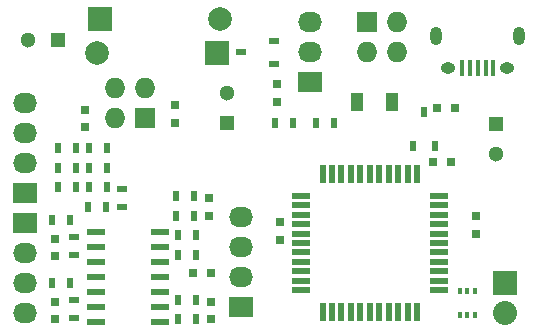
<source format=gbr>
G04 #@! TF.FileFunction,Soldermask,Top*
%FSLAX46Y46*%
G04 Gerber Fmt 4.6, Leading zero omitted, Abs format (unit mm)*
G04 Created by KiCad (PCBNEW (2015-08-05 BZR 6055, Git fa29c62)-product) date 24/12/2015 2:00:31 PM*
%MOMM*%
G01*
G04 APERTURE LIST*
%ADD10C,0.100000*%
%ADD11R,0.800000X0.750000*%
%ADD12R,0.750000X0.800000*%
%ADD13C,1.300000*%
%ADD14R,1.300000X1.300000*%
%ADD15C,1.998980*%
%ADD16R,1.998980X1.998980*%
%ADD17R,1.000000X1.600000*%
%ADD18R,0.560000X1.600000*%
%ADD19R,1.600000X0.560000*%
%ADD20R,2.032000X1.727200*%
%ADD21O,2.032000X1.727200*%
%ADD22R,0.400000X1.350000*%
%ADD23O,1.250000X0.950000*%
%ADD24O,1.000000X1.550000*%
%ADD25R,1.727200X1.727200*%
%ADD26O,1.727200X1.727200*%
%ADD27R,2.032000X2.032000*%
%ADD28O,2.032000X2.032000*%
%ADD29R,0.900000X0.600000*%
%ADD30R,0.500000X0.900000*%
%ADD31R,0.900000X0.500000*%
%ADD32R,0.600000X0.900000*%
%ADD33R,1.500000X0.600000*%
%ADD34R,0.304800X0.508000*%
G04 APERTURE END LIST*
D10*
D11*
X90436000Y-156591000D03*
X91936000Y-156591000D03*
D12*
X91948000Y-160516000D03*
X91948000Y-159016000D03*
D11*
X111137000Y-142621000D03*
X112637000Y-142621000D03*
X112256000Y-147193000D03*
X110756000Y-147193000D03*
D12*
X91821000Y-151753000D03*
X91821000Y-150253000D03*
D13*
X76494000Y-136906000D03*
D14*
X78994000Y-136906000D03*
D12*
X78740000Y-155182000D03*
X78740000Y-153682000D03*
X81280000Y-142760000D03*
X81280000Y-144260000D03*
X97536000Y-140601000D03*
X97536000Y-142101000D03*
X97790000Y-153785000D03*
X97790000Y-152285000D03*
D13*
X93345000Y-141391000D03*
D14*
X93345000Y-143891000D03*
D12*
X88900000Y-143879000D03*
X88900000Y-142379000D03*
X114427000Y-151777000D03*
X114427000Y-153277000D03*
X78740000Y-160516000D03*
X78740000Y-159016000D03*
D13*
X116078000Y-146518000D03*
D14*
X116078000Y-144018000D03*
D15*
X92710000Y-135125460D03*
D16*
X82550000Y-135125460D03*
D17*
X107291000Y-142113000D03*
X104291000Y-142113000D03*
D18*
X101410000Y-159901000D03*
X102210000Y-159901000D03*
X103010000Y-159901000D03*
X103810000Y-159901000D03*
X104610000Y-159901000D03*
X105410000Y-159901000D03*
X106210000Y-159901000D03*
X107010000Y-159901000D03*
X107810000Y-159901000D03*
X108610000Y-159901000D03*
X109410000Y-159901000D03*
D19*
X111260000Y-158051000D03*
X111260000Y-157251000D03*
X111260000Y-156451000D03*
X111260000Y-155651000D03*
X111260000Y-154851000D03*
X111260000Y-154051000D03*
X111260000Y-153251000D03*
X111260000Y-152451000D03*
X111260000Y-151651000D03*
X111260000Y-150851000D03*
X111260000Y-150051000D03*
D18*
X109410000Y-148201000D03*
X108610000Y-148201000D03*
X107810000Y-148201000D03*
X107010000Y-148201000D03*
X106210000Y-148201000D03*
X105410000Y-148201000D03*
X104610000Y-148201000D03*
X103810000Y-148201000D03*
X103010000Y-148201000D03*
X102210000Y-148201000D03*
X101410000Y-148201000D03*
D19*
X99560000Y-150051000D03*
X99560000Y-150851000D03*
X99560000Y-151651000D03*
X99560000Y-152451000D03*
X99560000Y-153251000D03*
X99560000Y-154051000D03*
X99560000Y-154851000D03*
X99560000Y-155651000D03*
X99560000Y-156451000D03*
X99560000Y-157251000D03*
X99560000Y-158051000D03*
D15*
X82296000Y-137924540D03*
D16*
X92456000Y-137924540D03*
D20*
X94488000Y-159512000D03*
D21*
X94488000Y-156972000D03*
X94488000Y-154432000D03*
X94488000Y-151892000D03*
D22*
X115854900Y-139230540D03*
X115204900Y-139230540D03*
X114554900Y-139230540D03*
X113904900Y-139230540D03*
X113254900Y-139230540D03*
D23*
X117054900Y-139230540D03*
X112054900Y-139230540D03*
D24*
X118054900Y-136530540D03*
X111054900Y-136530540D03*
D20*
X76200000Y-149860000D03*
D21*
X76200000Y-147320000D03*
X76200000Y-144780000D03*
X76200000Y-142240000D03*
D25*
X105156000Y-135382000D03*
D26*
X107696000Y-135382000D03*
X105156000Y-137922000D03*
X107696000Y-137922000D03*
D20*
X100330000Y-140462000D03*
D21*
X100330000Y-137922000D03*
X100330000Y-135382000D03*
D20*
X76200000Y-152400000D03*
D21*
X76200000Y-154940000D03*
X76200000Y-157480000D03*
X76200000Y-160020000D03*
D25*
X86360000Y-143510000D03*
D26*
X83820000Y-143510000D03*
X86360000Y-140970000D03*
X83820000Y-140970000D03*
D27*
X116840000Y-157480000D03*
D28*
X116840000Y-160020000D03*
D29*
X94485000Y-137922000D03*
X97285000Y-136972000D03*
X97285000Y-138872000D03*
D30*
X89166000Y-155067000D03*
X90666000Y-155067000D03*
X89166000Y-160528000D03*
X90666000Y-160528000D03*
X89166000Y-153416000D03*
X90666000Y-153416000D03*
X90666000Y-158877000D03*
X89166000Y-158877000D03*
X90539000Y-151765000D03*
X89039000Y-151765000D03*
X90539000Y-150114000D03*
X89039000Y-150114000D03*
X80506000Y-146050000D03*
X79006000Y-146050000D03*
X80506000Y-147701000D03*
X79006000Y-147701000D03*
X80506000Y-149352000D03*
X79006000Y-149352000D03*
X83046000Y-151003000D03*
X81546000Y-151003000D03*
X83173000Y-146050000D03*
X81673000Y-146050000D03*
X83173000Y-147701000D03*
X81673000Y-147701000D03*
X83173000Y-149352000D03*
X81673000Y-149352000D03*
D31*
X84455000Y-149491000D03*
X84455000Y-150991000D03*
X80391000Y-153555000D03*
X80391000Y-155055000D03*
D30*
X78498000Y-152146000D03*
X79998000Y-152146000D03*
D31*
X80391000Y-158889000D03*
X80391000Y-160389000D03*
D30*
X78498000Y-157480000D03*
X79998000Y-157480000D03*
X97421000Y-143891000D03*
X98921000Y-143891000D03*
X100850000Y-143891000D03*
X102350000Y-143891000D03*
D32*
X109982000Y-142999000D03*
X110932000Y-145799000D03*
X109032000Y-145799000D03*
D33*
X87663000Y-160782000D03*
X87663000Y-159512000D03*
X87663000Y-158242000D03*
X87663000Y-156972000D03*
X87663000Y-155702000D03*
X87663000Y-154432000D03*
X87663000Y-153162000D03*
X82263000Y-153162000D03*
X82263000Y-154432000D03*
X82263000Y-155702000D03*
X82263000Y-156972000D03*
X82263000Y-158242000D03*
X82263000Y-159512000D03*
X82263000Y-160782000D03*
D34*
X113030000Y-160147000D03*
X114300000Y-160147000D03*
X113030000Y-158115000D03*
X113665000Y-160147000D03*
X114300000Y-158115000D03*
X113665000Y-158115000D03*
M02*

</source>
